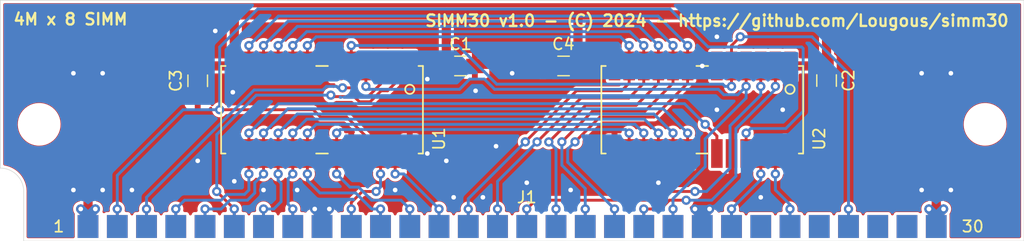
<source format=kicad_pcb>
(kicad_pcb (version 20211014) (generator pcbnew)
  (layers (0 "F.Cu" signal) (31 "B.Cu" signal) (34 "B.Paste" user) (35 "F.Paste" user) (36 "B.SilkS" user "B.Silkscreen") (37 "F.SilkS" user "F.Silkscreen") (38 "B.Mask" user) (39 "F.Mask" user) (44 "Edge.Cuts" user))
  (net 0 "")
  (net 1 "+5V")
  (net 2 "GND")
  (net 3 "/A6")
  (net 4 "/DQ3")
  (net 5 "/A5")
  (net 6 "/A4")
  (net 7 "/DQ2")
  (net 8 "/A3")
  (net 9 "/A2")
  (net 10 "/DQ1")
  (net 11 "/A1")
  (net 12 "/A0")
  (net 13 "/DQ0")
  (net 16 "/RAS#")
  (net 18 "/DQ7")
  (net 20 "/DQ6")
  (net 21 "/W#")
  (net 22 "/DQ5")
  (net 23 "/A10")
  (net 24 "/A9")
  (net 25 "/A8")
  (net 26 "/DQ4")
  (net 27 "/A7")
  (net 28 "/CAS#")
  (footprint "Capacitors_SMD:C_0805_HandSoldering" (layer "F.Cu") (at 126.3215 72.39)
    (fp_text reference "C1" (at 0 -1.905) (layer "F.SilkS"))
    (fp_text value "C")
    (pad "1" smd rect locked (at -1.25 0) (size 1.5 1.25) (layers "F.Cu" "F.Paste" "F.Mask") (net 1 "+5V"))
    (pad "2" smd rect locked (at 1.25 0) (size 1.5 1.25) (layers "F.Cu" "F.Paste" "F.Mask") (net 2 "GND"))
  )
  (footprint "Capacitors_SMD:C_0805_HandSoldering" (layer "F.Cu") (at 158.115 73.66 -90)
    (fp_text reference "C2" (at 0 -1.905 90) (layer "F.SilkS"))
    (fp_text value "C")
    (pad "1" smd rect locked (at -1.25 0 270) (size 1.5 1.25) (layers "F.Cu" "F.Paste" "F.Mask") (net 1 "+5V"))
    (pad "2" smd rect locked (at 1.25 0 270) (size 1.5 1.25) (layers "F.Cu" "F.Paste" "F.Mask") (net 2 "GND"))
  )
  (footprint "Capacitors_SMD:C_0805_HandSoldering" (layer "F.Cu") (at 103.505 73.68 -90)
    (fp_text reference "C3" (at 0 1.905 90) (layer "F.SilkS"))
    (fp_text value "C")
    (pad "1" smd rect locked (at -1.25 0 270) (size 1.5 1.25) (layers "F.Cu" "F.Paste" "F.Mask") (net 1 "+5V"))
    (pad "2" smd rect locked (at 1.25 0 270) (size 1.5 1.25) (layers "F.Cu" "F.Paste" "F.Mask") (net 2 "GND"))
  )
  (footprint "Capacitors_SMD:C_0805_HandSoldering" (layer "F.Cu") (at 135.275 72.39 180)
    (fp_text reference "C4" (at 0.02 1.905) (layer "F.SilkS"))
    (fp_text value "C")
    (pad "1" smd rect locked (at -1.25 0 180) (size 1.5 1.25) (layers "F.Cu" "F.Paste" "F.Mask") (net 1 "+5V"))
    (pad "2" smd rect locked (at 1.25 0 180) (size 1.5 1.25) (layers "F.Cu" "F.Paste" "F.Mask") (net 2 "GND"))
  )
  (footprint "simm30:DRAM-SOJ-24" (layer "F.Cu") (at 114.3 76.2 -90)
    (fp_text reference "U1" (at 2.54 -10.16 90) (layer "F.SilkS"))
    (fp_text value "km44c4100ck")
    (pad "1" smd rect locked (at -3.81 -7.62) (size 1 2.5) (layers "F.Cu" "F.Paste" "F.Mask") (net 1 "+5V"))
    (pad "2" smd rect locked (at -3.81 -6.35) (size 1 2.5) (layers "F.Cu" "F.Paste" "F.Mask") (net 10 "/DQ1"))
    (pad "3" smd rect locked (at -3.81 -5.08) (size 1 2.5) (layers "F.Cu" "F.Paste" "F.Mask") (net 13 "/DQ0"))
    (pad "4" smd rect locked (at -3.81 -3.81) (size 1 2.5) (layers "F.Cu" "F.Paste" "F.Mask") (net 21 "/W#"))
    (pad "5" smd rect locked (at -3.81 -2.54) (size 1 2.5) (layers "F.Cu" "F.Paste" "F.Mask") (net 16 "/RAS#"))
    (pad "6" smd rect locked (at -3.81 -1.27) (size 1 2.5) (layers "F.Cu" "F.Paste" "F.Mask"))
    (pad "7" smd rect locked (at -3.81 1.27) (size 1 2.5) (layers "F.Cu" "F.Paste" "F.Mask") (net 3 "/A6"))
    (pad "8" smd rect locked (at -3.81 2.54) (size 1 2.5) (layers "F.Cu" "F.Paste" "F.Mask") (net 27 "/A7"))
    (pad "9" smd rect locked (at -3.81 3.81) (size 1 2.5) (layers "F.Cu" "F.Paste" "F.Mask") (net 25 "/A8"))
    (pad "10" smd rect locked (at -3.81 5.08) (size 1 2.5) (layers "F.Cu" "F.Paste" "F.Mask") (net 24 "/A9"))
    (pad "11" smd rect locked (at -3.81 6.35) (size 1 2.5) (layers "F.Cu" "F.Paste" "F.Mask") (net 23 "/A10"))
    (pad "12" smd rect locked (at -3.81 7.62) (size 1 2.5) (layers "F.Cu" "F.Paste" "F.Mask") (net 1 "+5V"))
    (pad "13" smd rect locked (at 3.81 7.62) (size 1 2.5) (layers "F.Cu" "F.Paste" "F.Mask") (net 2 "GND"))
    (pad "14" smd rect locked (at 3.81 6.35) (size 1 2.5) (layers "F.Cu" "F.Paste" "F.Mask") (net 12 "/A0"))
    (pad "15" smd rect locked (at 3.81 5.08) (size 1 2.5) (layers "F.Cu" "F.Paste" "F.Mask") (net 11 "/A1"))
    (pad "16" smd rect locked (at 3.81 3.81) (size 1 2.5) (layers "F.Cu" "F.Paste" "F.Mask") (net 9 "/A2"))
    (pad "17" smd rect locked (at 3.81 2.54) (size 1 2.5) (layers "F.Cu" "F.Paste" "F.Mask") (net 8 "/A3"))
    (pad "18" smd rect locked (at 3.81 1.27) (size 1 2.5) (layers "F.Cu" "F.Paste" "F.Mask") (net 6 "/A4"))
    (pad "19" smd rect locked (at 3.81 -1.27) (size 1 2.5) (layers "F.Cu" "F.Paste" "F.Mask") (net 5 "/A5"))
    (pad "20" smd rect locked (at 3.81 -2.54) (size 1 2.5) (layers "F.Cu" "F.Paste" "F.Mask") (net 2 "GND"))
    (pad "21" smd rect locked (at 3.81 -3.81) (size 1 2.5) (layers "F.Cu" "F.Paste" "F.Mask") (net 28 "/CAS#"))
    (pad "22" smd rect locked (at 3.81 -5.08) (size 1 2.5) (layers "F.Cu" "F.Paste" "F.Mask") (net 7 "/DQ2"))
    (pad "23" smd rect locked (at 3.81 -6.35) (size 1 2.5) (layers "F.Cu" "F.Paste" "F.Mask") (net 4 "/DQ3"))
    (pad "24" smd rect locked (at 3.81 -7.62) (size 1 2.5) (layers "F.Cu" "F.Paste" "F.Mask") (net 2 "GND"))
  )
  (footprint "simm30:DRAM-SOJ-24" (layer "F.Cu") (at 147.32 76.2 -90)
    (fp_text reference "U2" (at 2.54 -10.16 90) (layer "F.SilkS"))
    (fp_text value "km44c4100ck")
    (pad "1" smd rect locked (at -3.81 -7.62) (size 1 2.5) (layers "F.Cu" "F.Paste" "F.Mask") (net 1 "+5V"))
    (pad "2" smd rect locked (at -3.81 -6.35) (size 1 2.5) (layers "F.Cu" "F.Paste" "F.Mask") (net 22 "/DQ5"))
    (pad "3" smd rect locked (at -3.81 -5.08) (size 1 2.5) (layers "F.Cu" "F.Paste" "F.Mask") (net 26 "/DQ4"))
    (pad "4" smd rect locked (at -3.81 -3.81) (size 1 2.5) (layers "F.Cu" "F.Paste" "F.Mask") (net 21 "/W#"))
    (pad "5" smd rect locked (at -3.81 -2.54) (size 1 2.5) (layers "F.Cu" "F.Paste" "F.Mask") (net 16 "/RAS#"))
    (pad "6" smd rect locked (at -3.81 -1.27) (size 1 2.5) (layers "F.Cu" "F.Paste" "F.Mask"))
    (pad "7" smd rect locked (at -3.81 1.27) (size 1 2.5) (layers "F.Cu" "F.Paste" "F.Mask") (net 23 "/A10"))
    (pad "8" smd rect locked (at -3.81 2.54) (size 1 2.5) (layers "F.Cu" "F.Paste" "F.Mask") (net 24 "/A9"))
    (pad "9" smd rect locked (at -3.81 3.81) (size 1 2.5) (layers "F.Cu" "F.Paste" "F.Mask") (net 25 "/A8"))
    (pad "10" smd rect locked (at -3.81 5.08) (size 1 2.5) (layers "F.Cu" "F.Paste" "F.Mask") (net 27 "/A7"))
    (pad "11" smd rect locked (at -3.81 6.35) (size 1 2.5) (layers "F.Cu" "F.Paste" "F.Mask") (net 3 "/A6"))
    (pad "12" smd rect locked (at -3.81 7.62) (size 1 2.5) (layers "F.Cu" "F.Paste" "F.Mask") (net 1 "+5V"))
    (pad "13" smd rect locked (at 3.81 7.62) (size 1 2.5) (layers "F.Cu" "F.Paste" "F.Mask") (net 2 "GND"))
    (pad "14" smd rect locked (at 3.81 6.35) (size 1 2.5) (layers "F.Cu" "F.Paste" "F.Mask") (net 5 "/A5"))
    (pad "15" smd rect locked (at 3.81 5.08) (size 1 2.5) (layers "F.Cu" "F.Paste" "F.Mask") (net 6 "/A4"))
    (pad "16" smd rect locked (at 3.81 3.81) (size 1 2.5) (layers "F.Cu" "F.Paste" "F.Mask") (net 8 "/A3"))
    (pad "17" smd rect locked (at 3.81 2.54) (size 1 2.5) (layers "F.Cu" "F.Paste" "F.Mask") (net 9 "/A2"))
    (pad "18" smd rect locked (at 3.81 1.27) (size 1 2.5) (layers "F.Cu" "F.Paste" "F.Mask") (net 11 "/A1"))
    (pad "19" smd rect locked (at 3.81 -1.27) (size 1 2.5) (layers "F.Cu" "F.Paste" "F.Mask") (net 12 "/A0"))
    (pad "20" smd rect locked (at 3.81 -2.54) (size 1 2.5) (layers "F.Cu" "F.Paste" "F.Mask") (net 2 "GND"))
    (pad "21" smd rect locked (at 3.81 -3.81) (size 1 2.5) (layers "F.Cu" "F.Paste" "F.Mask") (net 28 "/CAS#"))
    (pad "22" smd rect locked (at 3.81 -5.08) (size 1 2.5) (layers "F.Cu" "F.Paste" "F.Mask") (net 20 "/DQ6"))
    (pad "23" smd rect locked (at 3.81 -6.35) (size 1 2.5) (layers "F.Cu" "F.Paste" "F.Mask") (net 18 "/DQ7"))
    (pad "24" smd rect locked (at 3.81 -7.62) (size 1 2.5) (layers "F.Cu" "F.Paste" "F.Mask") (net 2 "GND"))
  )
  (footprint "Mounting_Holes:MountingHole_3.2mm_M3_ISO14580" (layer "F.Cu") (at 89.7382 77.47)
    (fp_text reference "H1" hide)
    (fp_text value "MountingHole" hide)
    (pad "" np_thru_hole circle locked (at 0 0) (size 3.2 3.2) (drill 3.2) (layers *.Cu *.Mask))
  )
  (footprint "Mounting_Holes:MountingHole_3.2mm_M3_ISO14580" (layer "F.Cu") (at 171.8818 77.47)
    (fp_text reference "H2" hide)
    (fp_text value "MountingHole" hide)
    (pad "" np_thru_hole circle locked (at 0 0) (size 3.2 3.2) (drill 3.2) (layers *.Cu *.Mask))
  )
  (footprint "simm30:simm30" (layer "F.Cu") (at 132.08 83.82)
    (fp_text reference "J1" (at 0 0) (layer "F.SilkS"))
    (fp_text value "Conn_01x30_Male")
    (pad "1" connect rect locked (at -38.1 2.54) (size 1.8 2) (layers "F.Cu" "F.Mask") (net 1 "+5V"))
    (pad "1" connect rect locked (at -38.1 2.54) (size 1.8 2) (layers "B.Cu" "B.Mask") (net 1 "+5V"))
    (pad "2" connect rect locked (at -35.56 2.54) (size 1.8 2) (layers "F.Cu" "F.Mask") (net 28 "/CAS#"))
    (pad "2" connect rect locked (at -35.56 2.54) (size 1.8 2) (layers "B.Cu" "B.Mask") (net 28 "/CAS#"))
    (pad "3" connect rect locked (at -33.02 2.54) (size 1.8 2) (layers "B.Cu" "B.Mask") (net 13 "/DQ0"))
    (pad "3" connect rect locked (at -33.02 2.54) (size 1.8 2) (layers "F.Cu" "F.Mask") (net 13 "/DQ0"))
    (pad "4" connect rect locked (at -30.48 2.54) (size 1.8 2) (layers "B.Cu" "B.Mask") (net 12 "/A0"))
    (pad "4" connect rect locked (at -30.48 2.54) (size 1.8 2) (layers "F.Cu" "F.Mask") (net 12 "/A0"))
    (pad "5" connect rect locked (at -27.94 2.54) (size 1.8 2) (layers "F.Cu" "F.Mask") (net 11 "/A1"))
    (pad "5" connect rect locked (at -27.94 2.54) (size 1.8 2) (layers "B.Cu" "B.Mask") (net 11 "/A1"))
    (pad "6" connect rect locked (at -25.4 2.54) (size 1.8 2) (layers "B.Cu" "B.Mask") (net 10 "/DQ1"))
    (pad "6" connect rect locked (at -25.4 2.54) (size 1.8 2) (layers "F.Cu" "F.Mask") (net 10 "/DQ1"))
    (pad "7" connect rect locked (at -22.86 2.54) (size 1.8 2) (layers "B.Cu" "B.Mask") (net 9 "/A2"))
    (pad "7" connect rect locked (at -22.86 2.54) (size 1.8 2) (layers "F.Cu" "F.Mask") (net 9 "/A2"))
    (pad "8" connect rect locked (at -20.32 2.54) (size 1.8 2) (layers "B.Cu" "B.Mask") (net 8 "/A3"))
    (pad "8" connect rect locked (at -20.32 2.54) (size 1.8 2) (layers "F.Cu" "F.Mask") (net 8 "/A3"))
    (pad "9" connect rect locked (at -17.78 2.54) (size 1.8 2) (layers "B.Cu" "B.Mask") (net 2 "GND"))
    (pad "9" connect rect locked (at -17.78 2.54) (size 1.8 2) (layers "F.Cu" "F.Mask") (net 2 "GND"))
    (pad "10" connect rect locked (at -15.24 2.54) (size 1.8 2) (layers "F.Cu" "F.Mask") (net 7 "/DQ2"))
    (pad "10" connect rect locked (at -15.24 2.54) (size 1.8 2) (layers "B.Cu" "B.Mask") (net 7 "/DQ2"))
    (pad "11" connect rect locked (at -12.7 2.54) (size 1.8 2) (layers "B.Cu" "B.Mask") (net 6 "/A4"))
    (pad "11" connect rect locked (at -12.7 2.54) (size 1.8 2) (layers "F.Cu" "F.Mask") (net 6 "/A4"))
    (pad "12" connect rect locked (at -10.16 2.54) (size 1.8 2) (layers "B.Cu" "B.Mask") (net 5 "/A5"))
    (pad "12" connect rect locked (at -10.16 2.54) (size 1.8 2) (layers "F.Cu" "F.Mask") (net 5 "/A5"))
    (pad "13" connect rect locked (at -7.62 2.54) (size 1.8 2) (layers "B.Cu" "B.Mask") (net 4 "/DQ3"))
    (pad "13" connect rect locked (at -7.62 2.54) (size 1.8 2) (layers "F.Cu" "F.Mask") (net 4 "/DQ3"))
    (pad "14" connect rect locked (at -5.08 2.54) (size 1.8 2) (layers "F.Cu" "F.Mask") (net 3 "/A6"))
    (pad "14" connect rect locked (at -5.08 2.54) (size 1.8 2) (layers "B.Cu" "B.Mask") (net 3 "/A6"))
    (pad "15" connect rect locked (at -2.54 2.54) (size 1.8 2) (layers "B.Cu" "B.Mask") (net 27 "/A7"))
    (pad "15" connect rect locked (at -2.54 2.54) (size 1.8 2) (layers "F.Cu" "F.Mask") (net 27 "/A7"))
    (pad "16" connect rect locked (at 0 2.54) (size 1.8 2) (layers "B.Cu" "B.Mask") (net 26 "/DQ4"))
    (pad "16" connect rect locked (at 0 2.54) (size 1.8 2) (layers "F.Cu" "F.Mask") (net 26 "/DQ4"))
    (pad "17" connect rect locked (at 2.54 2.54) (size 1.8 2) (layers "F.Cu" "F.Mask") (net 25 "/A8"))
    (pad "17" connect rect locked (at 2.54 2.54) (size 1.8 2) (layers "B.Cu" "B.Mask") (net 25 "/A8"))
    (pad "18" connect rect locked (at 5.08 2.54) (size 1.8 2) (layers "B.Cu" "B.Mask") (net 24 "/A9"))
    (pad "18" connect rect locked (at 5.08 2.54) (size 1.8 2) (layers "F.Cu" "F.Mask") (net 24 "/A9"))
    (pad "19" connect rect locked (at 7.62 2.54) (size 1.8 2) (layers "B.Cu" "B.Mask") (net 23 "/A10"))
    (pad "19" connect rect locked (at 7.62 2.54) (size 1.8 2) (layers "F.Cu" "F.Mask") (net 23 "/A10"))
    (pad "20" connect rect locked (at 10.16 2.54) (size 1.8 2) (layers "F.Cu" "F.Mask") (net 22 "/DQ5"))
    (pad "20" connect rect locked (at 10.16 2.54) (size 1.8 2) (layers "B.Cu" "B.Mask") (net 22 "/DQ5"))
    (pad "21" connect rect locked (at 12.7 2.54) (size 1.8 2) (layers "F.Cu" "F.Mask") (net 21 "/W#"))
    (pad "21" connect rect locked (at 12.7 2.54) (size 1.8 2) (layers "B.Cu" "B.Mask") (net 21 "/W#"))
    (pad "22" connect rect locked (at 15.24 2.54) (size 1.8 2) (layers "F.Cu" "F.Mask") (net 2 "GND"))
    (pad "22" connect rect locked (at 15.24 2.54) (size 1.8 2) (layers "B.Cu" "B.Mask") (net 2 "GND"))
    (pad "23" connect rect locked (at 17.78 2.54) (size 1.8 2) (layers "F.Cu" "F.Mask") (net 20 "/DQ6"))
    (pad "23" connect rect locked (at 17.78 2.54) (size 1.8 2) (layers "B.Cu" "B.Mask") (net 20 "/DQ6"))
    (pad "24" connect rect locked (at 20.32 2.54) (size 1.8 2) (layers "F.Cu" "F.Mask"))
    (pad "24" connect rect locked (at 20.32 2.54) (size 1.8 2) (layers "B.Cu" "B.Mask"))
    (pad "25" connect rect locked (at 22.86 2.54) (size 1.8 2) (layers "B.Cu" "B.Mask") (net 18 "/DQ7"))
    (pad "25" connect rect locked (at 22.86 2.54) (size 1.8 2) (layers "F.Cu" "F.Mask") (net 18 "/DQ7"))
    (pad "26" connect rect locked (at 25.4 2.54) (size 1.8 2) (layers "B.Cu" "B.Mask"))
    (pad "26" connect rect locked (at 25.4 2.54) (size 1.8 2) (layers "F.Cu" "F.Mask"))
    (pad "27" connect rect locked (at 27.94 2.54) (size 1.8 2) (layers "B.Cu" "B.Mask") (net 16 "/RAS#"))
    (pad "27" connect rect locked (at 27.94 2.54) (size 1.8 2) (layers "F.Cu" "F.Mask") (net 16 "/RAS#"))
    (pad "28" connect rect locked (at 30.48 2.54) (size 1.8 2) (layers "F.Cu" "F.Mask"))
    (pad "28" connect rect locked (at 30.48 2.54) (size 1.8 2) (layers "B.Cu" "B.Mask"))
    (pad "29" connect rect locked (at 33.02 2.54) (size 1.8 2) (layers "B.Cu" "B.Mask"))
    (pad "29" connect rect locked (at 33.02 2.54) (size 1.8 2) (layers "F.Cu" "F.Mask"))
    (pad "30" connect rect locked (at 35.56 2.54) (size 1.8 2) (layers "F.Cu" "F.Mask") (net 1 "+5V"))
    (pad "30" connect rect locked (at 35.56 2.54) (size 1.8 2) (layers "B.Cu" "B.Mask") (net 1 "+5V"))
  )
  (gr_line (start 88.392 87.63) (end 175.26 87.63) (layer "Edge.Cuts") (width 0.05))
  (gr_line (start 86.36 81.28) (end 86.36 66.675) (layer "Edge.Cuts") (width 0.05))
  (gr_line (start 175.26 87.63) (end 175.26 66.675) (layer "Edge.Cuts") (width 0.05))
  (gr_line (start 175.26 66.675) (end 86.36 66.675) (layer "Edge.Cuts") (width 0.05))
  (gr_line (start 88.392 83.312) (end 88.392 87.63) (layer "Edge.Cuts") (width 0.05))
  (gr_arc (start 86.36 81.28) (mid 87.796841 81.875159) (end 88.392 83.312) (layer "Edge.Cuts") (width 0.05))
  (gr_text "SIMM30 v1.0 - (C) 2024 - https://github.com/Lougous/simm30" (at 148.59 68.453) (layer "F.SilkS") (effects (font (size 1 1) (thickness 0.2))))
  (gr_text "30" (at 170.815 86.36) (layer "F.SilkS") (effects (font (size 1 1))))
  (gr_text "4M x 8 SIMM" (at 92.456 68.326) (layer "F.SilkS") (effects (font (size 1 1) (thickness 0.2))))
  (gr_text "1" (at 91.44 86.36) (layer "F.SilkS") (effects (font (size 1 1))))
  (segment (start 158.095 72.39) (end 158.115 72.41) (width 0.8) (layer "F.Cu") (net 1))
  (segment (start 106.68 72.39) (end 106.68 71.755) (width 0.8) (layer "F.Cu") (net 1))
  (segment (start 93.98 69.215) (end 95.25 67.945) (width 0.8) (layer "F.Cu") (net 1))
  (segment (start 125.095 72.39) (end 125.095 67.945) (width 0.8) (layer "F.Cu") (net 1))
  (segment (start 136.525 67.945) (end 125.095 67.945) (width 0.8) (layer "F.Cu") (net 1))
  (segment (start 139.7 72.39) (end 136.525 72.39) (width 0.8) (layer "F.Cu") (net 1))
  (segment (start 167.64 86.36) (end 167.64 85.471) (width 0.8) (layer "F.Cu") (net 1))
  (segment (start 167.64 86.36) (end 167.64 69.215) (width 0.8) (layer "F.Cu") (net 1))
  (segment (start 136.525 70.965) (end 136.525 67.945) (width 0.8) (layer "F.Cu") (net 1))
  (segment (start 167.64 85.471) (end 168.275 84.836) (width 0.8) (layer "F.Cu") (net 1))
  (segment (start 93.98 85.471) (end 93.345 84.836) (width 0.8) (layer "F.Cu") (net 1))
  (segment (start 136.525 72.39) (end 136.525 70.965) (width 0.8) (layer "F.Cu") (net 1))
  (segment (start 121.92 72.39) (end 125.095 72.39) (width 0.8) (layer "F.Cu") (net 1))
  (segment (start 158.115 67.945) (end 136.525 67.945) (width 0.8) (layer "F.Cu") (net 1))
  (segment (start 166.37 67.945) (end 158.115 67.945) (width 0.8) (layer "F.Cu") (net 1))
  (segment (start 93.98 85.471) (end 94.615 84.836) (width 0.8) (layer "F.Cu") (net 1))
  (segment (start 93.98 86.36) (end 93.98 69.215) (width 0.8) (layer "F.Cu") (net 1))
  (segment (start 125.095 67.945) (end 106.68 67.945) (width 0.8) (layer "F.Cu") (net 1))
  (segment (start 103.545 72.39) (end 103.505 72.43) (width 0.8) (layer "F.Cu") (net 1))
  (segment (start 167.64 85.471) (end 167.005 84.836) (width 0.8) (layer "F.Cu") (net 1))
  (segment (start 106.68 72.39) (end 103.545 72.39) (width 0.8) (layer "F.Cu") (net 1))
  (segment (start 167.64 86.36) (end 167.64 85.725) (width 0.8) (layer "F.Cu") (net 1))
  (segment (start 95.25 67.945) (end 106.68 67.945) (width 0.8) (layer "F.Cu") (net 1))
  (segment (start 158.115 72.41) (end 158.115 67.945) (width 0.8) (layer "F.Cu") (net 1))
  (segment (start 106.68 71.755) (end 106.68 67.945) (width 0.8) (layer "F.Cu") (net 1))
  (segment (start 93.98 86.36) (end 93.98 85.471) (width 0.8) (layer "F.Cu") (net 1))
  (segment (start 154.94 72.39) (end 158.095 72.39) (width 0.8) (layer "F.Cu") (net 1))
  (segment (start 167.64 69.215) (end 166.37 67.945) (width 0.8) (layer "F.Cu") (net 1))
  (via (at 167.005 84.836) (size 0.8) (drill 0.4) (layers "F.Cu" "B.Cu") (net 1))
  (via (at 93.345 84.836) (size 0.8) (drill 0.4) (layers "F.Cu" "B.Cu") (net 1))
  (via (at 94.615 84.836) (size 0.8) (drill 0.4) (layers "F.Cu" "B.Cu") (net 1))
  (via (at 168.275 84.836) (size 0.8) (drill 0.4) (layers "F.Cu" "B.Cu") (net 1))
  (segment (start 93.98 86.36) (end 93.98 85.471) (width 0.8) (layer "B.Cu") (net 1))
  (segment (start 167.64 85.471) (end 167.005 84.836) (width 0.8) (layer "B.Cu") (net 1))
  (segment (start 167.64 85.725) (end 167.64 86.36) (width 0.8) (layer "B.Cu") (net 1))
  (segment (start 93.98 85.471) (end 93.345 84.836) (width 0.8) (layer "B.Cu") (net 1))
  (segment (start 93.98 85.471) (end 94.615 84.836) (width 0.8) (layer "B.Cu") (net 1))
  (segment (start 167.64 86.36) (end 167.64 85.471) (width 0.8) (layer "B.Cu") (net 1))
  (segment (start 167.64 85.471) (end 168.275 84.836) (width 0.8) (layer "B.Cu") (net 1))
  (segment (start 114.3 85.471) (end 114.935 84.836) (width 0.8) (layer "F.Cu") (net 2))
  (segment (start 147.32 86.36) (end 147.32 85.471) (width 0.8) (layer "F.Cu") (net 2))
  (segment (start 114.3 85.471) (end 113.665 84.836) (width 0.8) (layer "F.Cu") (net 2))
  (segment (start 147.32 85.471) (end 147.955 84.836) (width 0.8) (layer "F.Cu") (net 2))
  (segment (start 114.3 86.36) (end 114.3 85.471) (width 0.8) (layer "F.Cu") (net 2))
  (segment (start 147.32 85.471) (end 146.685 84.836) (width 0.8) (layer "F.Cu") (net 2))
  (via (at 109.22 83.185) (size 0.8) (drill 0.4) (layers "F.Cu" "B.Cu") (net 2))
  (via (at 114.935 84.836) (size 0.8) (drill 0.4) (layers "F.Cu" "B.Cu") (net 2))
  (via (at 135.89 83.185) (size 0.8) (drill 0.4) (layers "F.Cu" "B.Cu") (net 2))
  (via (at 148.59 76.2) (size 0.8) (drill 0.4) (layers "F.Cu" "B.Cu") (net 2))
  (via (at 112.141 83.185) (size 0.8) (drill 0.4) (layers "F.Cu" "B.Cu") (net 2))
  (via (at 132.08 82.55) (size 0.8) (drill 0.4) (layers "F.Cu" "B.Cu") (net 2))
  (via (at 148.59 69.85) (size 0.8) (drill 0.4) (layers "F.Cu" "B.Cu") (net 2))
  (via (at 123.444 80.01) (size 0.8) (drill 0.4) (layers "F.Cu" "B.Cu") (net 2))
  (via (at 168.91 73.025) (size 0.8) (drill 0.4) (layers "F.Cu" "B.Cu") (net 2))
  (via (at 120.65 83.185) (size 0.8) (drill 0.4) (layers "F.Cu" "B.Cu") (net 2))
  (via (at 95.25 83.185) (size 0.8) (drill 0.4) (layers "F.Cu" "B.Cu") (net 2))
  (via (at 166.37 83.185) (size 0.8) (drill 0.4) (layers "F.Cu" "B.Cu") (net 2))
  (via (at 113.665 84.836) (size 0.8) (drill 0.4) (layers "F.Cu" "B.Cu") (net 2))
  (via (at 154.305 76.2) (size 0.8) (drill 0.4) (layers "F.Cu" "B.Cu") (net 2))
  (via (at 146.685 84.836) (size 0.8) (drill 0.4) (layers "F.Cu" "B.Cu") (net 2))
  (via (at 95.25 73.025) (size 0.8) (drill 0.4) (layers "F.Cu" "B.Cu") (net 2))
  (via (at 106.68 82.423) (size 0.8) (drill 0.4) (layers "F.Cu" "B.Cu") (net 2))
  (via (at 168.91 83.185) (size 0.8) (drill 0.4) (layers "F.Cu" "B.Cu") (net 2))
  (via (at 125.095 80.645) (size 0.8) (drill 0.4) (layers "F.Cu" "B.Cu") (net 2))
  (via (at 97.79 83.185) (size 0.8) (drill 0.4) (layers "F.Cu" "B.Cu") (net 2))
  (via (at 130.81 73.025) (size 0.8) (drill 0.4) (layers "F.Cu" "B.Cu") (net 2))
  (via (at 166.37 73.025) (size 0.8) (drill 0.4) (layers "F.Cu" "B.Cu") (net 2))
  (via (at 92.71 73.025) (size 0.8) (drill 0.4) (layers "F.Cu" "B.Cu") (net 2))
  (via (at 129.413 79.375) (size 0.8) (drill 0.4) (layers "F.Cu" "B.Cu") (net 2))
  (via (at 105.029 69.342) (size 0.8) (drill 0.4) (layers "F.Cu" "B.Cu") (net 2))
  (via (at 103.505 80.645) (size 0.8) (drill 0.4) (layers "F.Cu" "B.Cu") (net 2))
  (via (at 92.71 83.185) (size 0.8) (drill 0.4) (layers "F.Cu" "B.Cu") (net 2))
  (via (at 147.955 84.836) (size 0.8) (drill 0.4) (layers "F.Cu" "B.Cu") (net 2))
  (via (at 128.27 83.82) (size 0.8) (drill 0.4) (layers "F.Cu" "B.Cu") (net 2))
  (via (at 106.553 74.676) (size 0.8) (drill 0.4) (layers "F.Cu" "B.Cu") (net 2))
  (via (at 147.32 72.39) (size 0.8) (drill 0.4) (layers "F.Cu" "B.Cu") (net 2))
  (via (at 143.51 82.55) (size 0.8) (drill 0.4) (layers "F.Cu" "B.Cu") (net 2))
  (via (at 152.4 83.82) (size 0.8) (drill 0.4) (layers "F.Cu" "B.Cu") (net 2))
  (via (at 123.444 73.533) (size 0.8) (drill 0.4) (layers "F.Cu" "B.Cu") (net 2))
  (via (at 127.635 74.549) (size 0.8) (drill 0.4) (layers "F.Cu" "B.Cu") (net 2))
  (via (at 125.73 83.82) (size 0.8) (drill 0.4) (layers "F.Cu" "B.Cu") (net 2))
  (segment (start 114.3 85.471) (end 113.665 84.836) (width 0.8) (layer "B.Cu") (net 2))
  (segment (start 147.32 85.471) (end 146.685 84.836) (width 0.8) (layer "B.Cu") (net 2))
  (segment (start 147.32 85.471) (end 147.955 84.836) (width 0.8) (layer "B.Cu") (net 2))
  (segment (start 147.32 86.36) (end 147.32 85.471) (width 0.8) (layer "B.Cu") (net 2))
  (segment (start 114.3 85.471) (end 114.935 84.836) (width 0.8) (layer "B.Cu") (net 2))
  (segment (start 114.3 86.36) (end 114.3 85.471) (width 0.8) (layer "B.Cu") (net 2))
  (segment (start 140.311 74.549) (end 136.398 74.549) (width 0.25) (layer "F.Cu") (net 3))
  (segment (start 136.398 74.549) (end 131.953 78.994) (width 0.25) (layer "F.Cu") (net 3))
  (segment (start 113.03 72.39) (end 113.03 70.612) (width 0.25) (layer "F.Cu") (net 3))
  (segment (start 140.97 72.39) (end 140.97 73.89) (width 0.25) (layer "F.Cu") (net 3))
  (segment (start 140.97 73.89) (end 140.311 74.549) (width 0.25) (layer "F.Cu") (net 3))
  (segment (start 140.97 72.39) (end 140.97 70.612) (width 0.25) (layer "F.Cu") (net 3))
  (segment (start 127 84.836) (end 127 86.36) (width 0.25) (layer "F.Cu") (net 3))
  (via (at 127 84.836) (size 0.8) (drill 0.4) (layers "F.Cu" "B.Cu") (net 3))
  (via (at 113.03 70.612) (size 0.8) (drill 0.4) (layers "F.Cu" "B.Cu") (net 3))
  (via (at 140.97 70.612) (size 0.8) (drill 0.4) (layers "F.Cu" "B.Cu") (net 3))
  (via (at 131.953 78.994) (size 0.8) (drill 0.4) (layers "F.Cu" "B.Cu") (net 3))
  (segment (start 127 83.947) (end 127 84.836) (width 0.25) (layer "B.Cu") (net 3))
  (segment (start 131.953 78.994) (end 127 83.947) (width 0.25) (layer "B.Cu") (net 3))
  (segment (start 113.792 69.85) (end 140.208 69.85) (width 0.25) (layer "B.Cu") (net 3))
  (segment (start 140.208 69.85) (end 140.97 70.612) (width 0.25) (layer "B.Cu") (net 3))
  (segment (start 113.03 70.612) (end 113.792 69.85) (width 0.25) (layer "B.Cu") (net 3))
  (segment (start 127 84.836) (end 127 86.36) (width 0.25) (layer "B.Cu") (net 3))
  (segment (start 120.65 80.01) (end 120.65 81.788) (width 0.25) (layer "F.Cu") (net 4))
  (segment (start 124.46 84.836) (end 124.46 86.36) (width 0.25) (layer "F.Cu") (net 4))
  (via (at 120.65 81.788) (size 0.8) (drill 0.4) (layers "F.Cu" "B.Cu") (net 4))
  (via (at 124.46 84.836) (size 0.8) (drill 0.4) (layers "F.Cu" "B.Cu") (net 4))
  (segment (start 124.46 86.36) (end 124.46 84.836) (width 0.25) (layer "B.Cu") (net 4))
  (segment (start 121.412 81.788) (end 124.46 84.836) (width 0.25) (layer "B.Cu") (net 4))
  (segment (start 120.65 81.788) (end 121.412 81.788) (width 0.25) (layer "B.Cu") (net 4))
  (segment (start 121.92 86.36) (end 121.92 84.836) (width 0.25) (layer "F.Cu") (net 5))
  (segment (start 140.97 80.01) (end 140.97 78.232) (width 0.25) (layer "F.Cu") (net 5))
  (segment (start 115.57 81.788) (end 115.57 80.01) (width 0.25) (layer "F.Cu") (net 5))
  (segment (start 115.57 80.01) (end 115.57 78.232) (width 0.25) (layer "F.Cu") (net 5))
  (via (at 115.57 81.788) (size 0.8) (drill 0.4) (layers "F.Cu" "B.Cu") (net 5))
  (via (at 140.97 78.232) (size 0.8) (drill 0.4) (layers "F.Cu" "B.Cu") (net 5))
  (via (at 115.57 78.232) (size 0.8) (drill 0.4) (layers "F.Cu" "B.Cu") (net 5))
  (via (at 121.92 84.836) (size 0.8) (drill 0.4) (layers "F.Cu" "B.Cu") (net 5))
  (segment (start 115.57 78.232) (end 115.88199 77.92001) (width 0.25) (layer "B.Cu") (net 5))
  (segment (start 118.618 84.074) (end 117.475 82.931) (width 0.25) (layer "B.Cu") (net 5))
  (segment (start 121.92 84.836) (end 121.92 86.36) (width 0.25) (layer "B.Cu") (net 5))
  (segment (start 115.88199 77.92001) (end 140.65801 77.92001) (width 0.25) (layer "B.Cu") (net 5))
  (segment (start 116.713 82.931) (end 115.57 81.788) (width 0.25) (layer "B.Cu") (net 5))
  (segment (start 121.158 84.074) (end 118.618 84.074) (width 0.25) (layer "B.Cu") (net 5))
  (segment (start 121.92 84.836) (end 121.158 84.074) (width 0.25) (layer "B.Cu") (net 5))
  (segment (start 140.65801 77.92001) (end 140.97 78.232) (width 0.25) (layer "B.Cu") (net 5))
  (segment (start 117.475 82.931) (end 116.713 82.931) (width 0.25) (layer "B.Cu") (net 5))
  (segment (start 113.03 80.01) (end 113.03 81.788) (width 0.25) (layer "F.Cu") (net 6))
  (segment (start 119.38 86.36) (end 119.38 84.836) (width 0.25) (layer "F.Cu") (net 6))
  (segment (start 142.24 80.01) (end 142.24 78.232) (width 0.25) (layer "F.Cu") (net 6))
  (segment (start 113.03 80.01) (end 113.03 78.232) (width 0.25) (layer "F.Cu") (net 6))
  (via (at 119.38 84.836) (size 0.8) (drill 0.4) (layers "F.Cu" "B.Cu") (net 6))
  (via (at 113.03 81.788) (size 0.8) (drill 0.4) (layers "F.Cu" "B.Cu") (net 6))
  (via (at 142.24 78.232) (size 0.8) (drill 0.4) (layers "F.Cu" "B.Cu") (net 6))
  (via (at 113.03 78.232) (size 0.8) (drill 0.4) (layers "F.Cu" "B.Cu") (net 6))
  (segment (start 113.03 78.232) (end 113.792 77.47) (width 0.25) (layer "B.Cu") (net 6))
  (segment (start 117.221 83.439) (end 118.618 84.836) (width 0.25) (layer "B.Cu") (net 6))
  (segment (start 114.115315 83.439) (end 117.221 83.439) (width 0.25) (layer "B.Cu") (net 6))
  (segment (start 113.03 82.353685) (end 114.115315 83.439) (width 0.25) (layer "B.Cu") (net 6))
  (segment (start 113.03 81.788) (end 113.03 82.353685) (width 0.25) (layer "B.Cu") (net 6))
  (segment (start 113.792 77.47) (end 141.478 77.47) (width 0.25) (layer "B.Cu") (net 6))
  (segment (start 119.38 84.836) (end 119.38 86.36) (width 0.25) (layer "B.Cu") (net 6))
  (segment (start 118.618 84.836) (end 119.38 84.836) (width 0.25) (layer "B.Cu") (net 6))
  (segment (start 141.478 77.47) (end 142.24 78.232) (width 0.25) (layer "B.Cu") (net 6))
  (segment (start 116.84 84.836) (end 116.84 86.36) (width 0.25) (layer "F.Cu") (net 7))
  (segment (start 118.433315 83.312) (end 118.999 83.312) (width 0.25) (layer "F.Cu") (net 7))
  (segment (start 116.84 84.836) (end 116.84 84.270315) (width 0.25) (layer "F.Cu") (net 7))
  (segment (start 119.38 80.01) (end 119.38 81.788) (width 0.25) (layer "F.Cu") (net 7))
  (segment (start 116.84 84.270315) (end 117.798315 83.312) (width 0.25) (layer "F.Cu") (net 7))
  (segment (start 117.798315 83.312) (end 118.433315 83.312) (width 0.25) (layer "F.Cu") (net 7))
  (via (at 119.38 81.788) (size 0.8) (drill 0.4) (layers "F.Cu" "B.Cu") (net 7))
  (via (at 116.84 84.836) (size 0.8) (drill 0.4) (layers "F.Cu" "B.Cu") (net 7))
  (via (at 118.999 83.312) (size 0.8) (drill 0.4) (layers "F.Cu" "B.Cu") (net 7))
  (segment (start 119.38 81.788) (end 119.38 82.931) (width 0.25) (layer "B.Cu") (net 7))
  (segment (start 119.38 82.931) (end 118.999 83.312) (width 0.25) (layer "B.Cu") (net 7))
  (segment (start 116.84 84.836) (end 116.84 86.36) (width 0.25) (layer "B.Cu") (net 7))
  (segment (start 143.51 80.01) (end 143.51 78.232) (width 0.25) (layer "F.Cu") (net 8))
  (segment (start 111.76 86.36) (end 111.76 84.836) (width 0.25) (layer "F.Cu") (net 8))
  (segment (start 111.76 80.01) (end 111.76 78.232) (width 0.25) (layer "F.Cu") (net 8))
  (segment (start 111.76 81.788) (end 111.76 80.01) (width 0.25) (layer "F.Cu") (net 8))
  (via (at 111.76 81.788) (size 0.8) (drill 0.4) (layers "F.Cu" "B.Cu") (net 8))
  (via (at 111.76 84.836) (size 0.8) (drill 0.4) (layers "F.Cu" "B.Cu") (net 8))
  (via (at 143.51 78.232) (size 0.8) (drill 0.4) (layers "F.Cu" "B.Cu") (net 8))
  (via (at 111.76 78.232) (size 0.8) (drill 0.4) (layers "F.Cu" "B.Cu") (net 8))
  (segment (start 111.76 78.232) (end 112.97201 77.01999) (width 0.25) (layer "B.Cu") (net 8))
  (segment (start 111.360001 84.436001) (end 111.360001 82.187999) (width 0.25) (layer "B.Cu") (net 8))
  (segment (start 111.360001 82.187999) (end 111.76 81.788) (width 0.25) (layer "B.Cu") (net 8))
  (segment (start 111.76 86.36) (end 111.76 84.836) (width 0.25) (layer "B.Cu") (net 8))
  (segment (start 143.110001 77.832001) (end 143.51 78.232) (width 0.25) (layer "B.Cu") (net 8))
  (segment (start 111.76 84.836) (end 111.360001 84.436001) (width 0.25) (layer "B.Cu") (net 8))
  (segment (start 112.97201 77.01999) (end 142.29799 77.01999) (width 0.25) (layer "B.Cu") (net 8))
  (segment (start 142.29799 77.01999) (end 143.110001 77.832001) (width 0.25) (layer "B.Cu") (net 8))
  (segment (start 109.22 86.36) (end 109.22 84.836) (width 0.25) (layer "F.Cu") (net 9))
  (segment (start 110.49 81.788) (end 110.49 80.01) (width 0.25) (layer "F.Cu") (net 9))
  (segment (start 110.49 80.01) (end 110.49 78.232) (width 0.25) (layer "F.Cu") (net 9))
  (segment (start 144.78 80.01) (end 144.78 78.232) (width 0.25) (layer "F.Cu") (net 9))
  (via (at 109.22 84.836) (size 0.8) (drill 0.4) (layers "F.Cu" "B.Cu") (net 9))
  (via (at 110.49 81.788) (size 0.8) (drill 0.4) (layers "F.Cu" "B.Cu") (net 9))
  (via (at 110.49 78.232) (size 0.8) (drill 0.4) (layers "F.Cu" "B.Cu") (net 9))
  (via (at 144.78 78.232) (size 0.8) (drill 0.4) (layers "F.Cu" "B.Cu") (net 9))
  (segment (start 110.49 78.232) (end 112.15202 76.56998) (width 0.25) (layer "B.Cu") (net 9))
  (segment (start 112.15202 76.56998) (end 143.11798 76.56998) (width 0.25) (layer "B.Cu") (net 9))
  (segment (start 110.744 84.201) (end 110.744 82.607685) (width 0.25) (layer "B.Cu") (net 9))
  (segment (start 143.11798 76.56998) (end 144.78 78.232) (width 0.25) (layer "B.Cu") (net 9))
  (segment (start 110.49 82.353685) (end 110.49 81.788) (width 0.25) (layer "B.Cu") (net 9))
  (segment (start 109.22 84.836) (end 109.22 86.36) (width 0.25) (layer "B.Cu") (net 9))
  (segment (start 109.22 84.836) (end 110.109 84.836) (width 0.25) (layer "B.Cu") (net 9))
  (segment (start 110.109 84.836) (end 110.744 84.201) (width 0.25) (layer "B.Cu") (net 9))
  (segment (start 110.744 82.607685) (end 110.49 82.353685) (width 0.25) (layer "B.Cu") (net 9))
  (segment (start 117.542599 75.507009) (end 117.09259 75.057) (width 0.25) (layer "F.Cu") (net 10))
  (segment (start 106.68 86.36) (end 106.68 84.836) (width 0.25) (layer "F.Cu") (net 10))
  (segment (start 120.65 73.89) (end 119.991 74.549) (width 0.25) (layer "F.Cu") (net 10))
  (segment (start 120.65 72.39) (end 120.65 73.89) (width 0.25) (layer "F.Cu") (net 10))
  (segment (start 115.189 75.057) (end 115.062 74.93) (width 0.25) (layer "F.Cu") (net 10))
  (segment (start 106.68 84.836) (end 105.156 83.312) (width 0.25) (layer "F.Cu") (net 10))
  (segment (start 118.480402 75.50701) (end 117.542599 75.507009) (width 0.25) (layer "F.Cu") (net 10))
  (segment (start 117.09259 75.057) (end 115.189 75.057) (width 0.25) (layer "F.Cu") (net 10))
  (segment (start 119.991 74.549) (end 119.438412 74.549) (width 0.25) (layer "F.Cu") (net 10))
  (segment (start 119.438412 74.549) (end 118.480402 75.50701) (width 0.25) (layer "F.Cu") (net 10))
  (via (at 115.062 74.93) (size 0.8) (drill 0.4) (layers "F.Cu" "B.Cu") (net 10))
  (via (at 106.68 84.836) (size 0.8) (drill 0.4) (layers "F.Cu" "B.Cu") (net 10))
  (via (at 105.156 83.312) (size 0.8) (drill 0.4) (layers "F.Cu" "B.Cu") (net 10))
  (segment (start 105.156 83.312) (end 105.156 78.36041) (width 0.25) (layer "B.Cu") (net 10))
  (segment (start 108.58641 74.93) (end 115.062 74.93) (width 0.25) (layer "B.Cu") (net 10))
  (segment (start 106.68 84.836) (end 106.68 86.36) (width 0.25) (layer "B.Cu") (net 10))
  (segment (start 108.58641 74.93) (end 105.156 78.36041) (width 0.25) (layer "B.Cu") (net 10))
  (segment (start 104.14 86.36) (end 104.14 84.836) (width 0.25) (layer "F.Cu") (net 11))
  (segment (start 146.05 80.01) (end 146.05 78.232) (width 0.25) (layer "F.Cu") (net 11))
  (segment (start 109.22 80.01) (end 109.22 81.788) (width 0.25) (layer "F.Cu") (net 11))
  (segment (start 109.22 80.01) (end 109.22 78.232) (width 0.25) (layer "F.Cu") (net 11))
  (via (at 146.05 78.232) (size 0.8) (drill 0.4) (layers "F.Cu" "B.Cu") (net 11))
  (via (at 109.22 78.232) (size 0.8) (drill 0.4) (layers "F.Cu" "B.Cu") (net 11))
  (via (at 109.22 81.788) (size 0.8) (drill 0.4) (layers "F.Cu" "B.Cu") (net 11))
  (via (at 104.14 84.836) (size 0.8) (drill 0.4) (layers "F.Cu" "B.Cu") (net 11))
  (segment (start 107.823 84.074) (end 106.299 84.074) (width 0.25) (layer "B.Cu") (net 11))
  (segment (start 109.22 81.788) (end 108.458 82.55) (width 0.25) (layer "B.Cu") (net 11))
  (segment (start 108.458 82.55) (end 108.458 83.439) (width 0.25) (layer "B.Cu") (net 11))
  (segment (start 104.14 84.836) (end 104.14 86.36) (width 0.25) (layer "B.Cu") (net 11))
  (segment (start 111.33203 76.11997) (end 109.22 78.232) (width 0.25) (layer "B.Cu") (net 11))
  (segment (start 106.299 84.074) (end 105.537 84.836) (width 0.25) (layer "B.Cu") (net 11))
  (segment (start 146.05 78.232) (end 143.93797 76.11997) (width 0.25) (layer "B.Cu") (net 11))
  (segment (start 108.458 83.439) (end 107.823 84.074) (width 0.25) (layer "B.Cu") (net 11))
  (segment (start 105.537 84.836) (end 104.14 84.836) (width 0.25) (layer "B.Cu") (net 11))
  (segment (start 143.93797 76.11997) (end 111.33203 76.11997) (width 0.25) (layer "B.Cu") (net 11))
  (segment (start 148.59 78.486) (end 147.574 77.47) (width 0.25) (layer "F.Cu") (net 12))
  (segment (start 107.95 80.01) (end 107.95 78.232) (width 0.25) (layer "F.Cu") (net 12))
  (segment (start 101.6 84.836) (end 101.6 86.36) (width 0.25) (layer "F.Cu") (net 12))
  (segment (start 107.95 80.01) (end 107.95 81.788) (width 0.25) (layer "F.Cu") (net 12))
  (segment (start 148.59 80.01) (end 148.59 78.486) (width 0.25) (layer "F.Cu") (net 12))
  (via (at 101.6 84.836) (size 0.8) (drill 0.4) (layers "F.Cu" "B.Cu") (net 12))
  (via (at 107.95 81.788) (size 0.8) (drill 0.4) (layers "F.Cu" "B.Cu") (net 12))
  (via (at 147.574 77.47) (size 0.8) (drill 0.4) (layers "F.Cu" "B.Cu") (net 12))
  (via (at 107.95 78.232) (size 0.8) (drill 0.4) (layers "F.Cu" "B.Cu") (net 12))
  (segment (start 107.95 78.232) (end 110.51204 75.66996) (width 0.25) (layer "B.Cu") (net 12))
  (segment (start 110.51204 75.66996) (end 145.77396 75.66996) (width 0.25) (layer "B.Cu") (net 12))
  (segment (start 107.95 81.788) (end 107.95 83.185) (width 0.25) (layer "B.Cu") (net 12))
  (segment (start 101.6 86.36) (end 101.6 84.836) (width 0.25) (layer "B.Cu") (net 12))
  (segment (start 102.362 84.074) (end 101.6 84.836) (width 0.25) (layer "B.Cu") (net 12))
  (segment (start 107.569 83.566) (end 106.045 83.566) (width 0.25) (layer "B.Cu") (net 12))
  (segment (start 145.77396 75.66996) (end 147.574 77.47) (width 0.25) (layer "B.Cu") (net 12))
  (segment (start 105.537 84.074) (end 102.362 84.074) (width 0.25) (layer "B.Cu") (net 12))
  (segment (start 107.95 83.185) (end 107.569 83.566) (width 0.25) (layer "B.Cu") (net 12))
  (segment (start 106.045 83.566) (end 105.537 84.074) (width 0.25) (layer "B.Cu") (net 12))
  (segment (start 118.294002 75.057) (end 119.38 73.971002) (width 0.25) (layer "F.Cu") (net 13))
  (segment (start 119.38 73.971002) (end 119.38 72.39) (width 0.25) (layer "F.Cu") (net 13))
  (segment (start 116.967 74.295) (end 116.078 74.295) (width 0.25) (layer "F.Cu") (net 13))
  (segment (start 117.729 75.057) (end 118.294002 75.057) (width 0.25) (layer "F.Cu") (net 13))
  (segment (start 116.967 74.295) (end 117.729 75.057) (width 0.25) (layer "F.Cu") (net 13))
  (segment (start 99.06 86.36) (end 99.06 84.836) (width 0.25) (layer "F.Cu") (net 13))
  (via (at 99.06 84.836) (size 0.8) (drill 0.4) (layers "F.Cu" "B.Cu") (net 13))
  (via (at 116.078 74.295) (size 0.8) (drill 0.4) (layers "F.Cu" "B.Cu") (net 13))
  (segment (start 108.40001 74.47999) (end 99.06 83.82) (width 0.25) (layer "B.Cu") (net 13))
  (segment (start 114.36901 74.47999) (end 108.40001 74.47999) (width 0.25) (layer "B.Cu") (net 13))
  (segment (start 115.697 74.295) (end 115.57 74.168) (width 0.25) (layer "B.Cu") (net 13))
  (segment (start 116.078 74.295) (end 115.697 74.295) (width 0.25) (layer "B.Cu") (net 13))
  (segment (start 99.06 83.82) (end 99.06 84.836) (width 0.25) (layer "B.Cu") (net 13))
  (segment (start 99.06 84.836) (end 99.06 86.36) (width 0.25) (layer "B.Cu") (net 13))
  (segment (start 114.681 74.168) (end 114.36901 74.47999) (width 0.25) (layer "B.Cu") (net 13))
  (segment (start 115.57 74.168) (end 114.681 74.168) (width 0.25) (layer "B.Cu") (net 13))
  (segment (start 149.86 70.612) (end 149.86 72.39) (width 0.25) (layer "F.Cu") (net 16))
  (segment (start 160.02 86.36) (end 160.02 84.836) (width 0.25) (layer "F.Cu") (net 16))
  (segment (start 116.84 72.39) (end 116.84 70.612) (width 0.25) (layer "F.Cu") (net 16))
  (segment (start 149.86 70.612) (end 150.622 69.85) (width 0.25) (layer "F.Cu") (net 16))
  (segment (start 149.86 74.168) (end 149.86 72.39) (width 0.25) (layer "F.Cu") (net 16))
  (via (at 150.622 69.85) (size 0.8) (drill 0.4) (layers "F.Cu" "B.Cu") (net 16))
  (via (at 149.86 74.168) (size 0.8) (drill 0.4) (layers "F.Cu" "B.Cu") (net 16))
  (via (at 160.02 84.836) (size 0.8) (drill 0.4) (layers "F.Cu" "B.Cu") (net 16))
  (via (at 116.84 70.612) (size 0.8) (drill 0.4) (layers "F.Cu" "B.Cu") (net 16))
  (segment (start 160.02 84.836) (end 160.02 73.025) (width 0.25) (layer "B.Cu") (net 16))
  (segment (start 126.111 70.612) (end 116.84 70.612) (width 0.25) (layer "B.Cu") (net 16))
  (segment (start 160.02 73.025) (end 156.845 69.85) (width 0.25) (layer "B.Cu") (net 16))
  (segment (start 129.47099 73.97199) (end 126.111 70.612) (width 0.25) (layer "B.Cu") (net 16))
  (segment (start 156.845 69.85) (end 150.622 69.85) (width 0.25) (layer "B.Cu") (net 16))
  (segment (start 149.294315 74.168) (end 149.098305 73.97199) (width 0.25) (layer "B.Cu") (net 16))
  (segment (start 149.86 74.168) (end 149.294315 74.168) (width 0.25) (layer "B.Cu") (net 16))
  (segment (start 160.02 84.836) (end 160.02 86.36) (width 0.25) (layer "B.Cu") (net 16))
  (segment (start 149.098305 73.97199) (end 129.47099 73.97199) (width 0.25) (layer "B.Cu") (net 16))
  (segment (start 153.67 81.788) (end 153.67 80.01) (width 0.25) (layer "F.Cu") (net 18))
  (segment (start 154.94 84.836) (end 154.94 86.36) (width 0.25) (layer "F.Cu") (net 18))
  (via (at 153.67 81.788) (size 0.8) (drill 0.4) (layers "F.Cu" "B.Cu") (net 18))
  (via (at 154.94 84.836) (size 0.8) (drill 0.4) (layers "F.Cu" "B.Cu") (net 18))
  (segment (start 154.94 84.836) (end 154.94 86.36) (width 0.25) (layer "B.Cu") (net 18))
  (segment (start 154.94 84.455) (end 153.67 83.185) (width 0.25) (layer "B.Cu") (net 18))
  (segment (start 153.67 83.185) (end 153.67 81.788) (width 0.25) (layer "B.Cu") (net 18))
  (segment (start 154.94 84.836) (end 154.94 84.455) (width 0.25) (layer "B.Cu") (net 18))
  (segment (start 152.4 81.788) (end 152.4 80.01) (width 0.25) (layer "F.Cu") (net 20))
  (segment (start 149.86 84.836) (end 149.86 86.36) (width 0.25) (layer "F.Cu") (net 20))
  (via (at 149.86 84.836) (size 0.8) (drill 0.4) (layers "F.Cu" "B.Cu") (net 20))
  (via (at 152.4 81.788) (size 0.8) (drill 0.4) (layers "F.Cu" "B.Cu") (net 20))
  (segment (start 149.86 84.836) (end 149.86 86.36) (width 0.25) (layer "B.Cu") (net 20))
  (segment (start 152.4 82.296) (end 152.4 81.788) (width 0.25) (layer "B.Cu") (net 20))
  (segment (start 149.86 84.836) (end 152.4 82.296) (width 0.25) (layer "B.Cu") (net 20))
  (segment (start 144.78 84.836) (end 144.78 86.36) (width 0.25) (layer "F.Cu") (net 21))
  (segment (start 118.11 72.39) (end 118.11 74.168) (width 0.25) (layer "F.Cu") (net 21))
  (segment (start 151.13 74.168) (end 151.13 72.39) (width 0.25) (layer "F.Cu") (net 21))
  (via (at 151.13 74.168) (size 0.8) (drill 0.4) (layers "F.Cu" "B.Cu") (net 21))
  (via (at 144.78 84.836) (size 0.8) (drill 0.4) (layers "F.Cu" "B.Cu") (net 21))
  (via (at 118.11 74.168) (size 0.8) (drill 0.4) (layers "F.Cu" "B.Cu") (net 21))
  (segment (start 150.404999 74.893001) (end 151.13 74.168) (width 0.25) (layer "B.Cu") (net 21))
  (segment (start 148.717 74.422) (end 149.188001 74.893001) (width 0.25) (layer "B.Cu") (net 21))
  (segment (start 129.28459 74.422) (end 148.717 74.422) (width 0.25) (layer "B.Cu") (net 21))
  (segment (start 126.238 74.422) (end 127.127 73.533) (width 0.25) (layer "B.Cu") (net 21))
  (segment (start 118.11 74.168) (end 118.364 74.422) (width 0.25) (layer "B.Cu") (net 21))
  (segment (start 144.78 84.836) (end 144.78 86.36) (width 0.25) (layer "B.Cu") (net 21))
  (segment (start 147.574 78.74) (end 151.13 75.184) (width 0.25) (layer "B.Cu") (net 21))
  (segment (start 118.364 74.422) (end 126.238 74.422) (width 0.25) (layer "B.Cu") (net 21))
  (segment (start 128.39559 73.533) (end 129.28459 74.422) (width 0.25) (layer "B.Cu") (net 21))
  (segment (start 144.78 83.947) (end 147.574 81.153) (width 0.25) (layer "B.Cu") (net 21))
  (segment (start 151.13 75.184) (end 151.13 74.168) (width 0.25) (layer "B.Cu") (net 21))
  (segment (start 127.127 73.533) (end 128.39559 73.533) (width 0.25) (layer "B.Cu") (net 21))
  (segment (start 147.574 81.153) (end 147.574 78.74) (width 0.25) (layer "B.Cu") (net 21))
  (segment (start 149.188001 74.893001) (end 150.404999 74.893001) (width 0.25) (layer "B.Cu") (net 21))
  (segment (start 144.78 85.09) (end 144.78 83.947) (width 0.25) (layer "B.Cu") (net 21))
  (segment (start 142.24 84.836) (end 142.24 86.36) (width 0.25) (layer "F.Cu") (net 22))
  (segment (start 153.67 74.168) (end 153.67 72.39) (width 0.25) (layer "F.Cu") (net 22))
  (segment (start 144.468998 84.074) (end 143.706998 84.836) (width 0.25) (layer "F.Cu") (net 22))
  (segment (start 145.923 84.074) (end 144.468998 84.074) (width 0.25) (layer "F.Cu") (net 22))
  (segment (start 143.706998 84.836) (end 142.24 84.836) (width 0.25) (layer "F.Cu") (net 22))
  (via (at 142.24 84.836) (size 0.8) (drill 0.4) (layers "F.Cu" "B.Cu") (net 22))
  (via (at 145.923 84.074) (size 0.8) (drill 0.4) (layers "F.Cu" "B.Cu") (net 22))
  (via (at 153.67 74.168) (size 0.8) (drill 0.4) (layers "F.Cu" "B.Cu") (net 22))
  (segment (start 142.24 84.836) (end 142.24 86.36) (width 0.25) (layer "B.Cu") (net 22))
  (segment (start 150.241 81.972685) (end 148.139685 84.074) (width 0.25) (layer "B.Cu") (net 22))
  (segment (start 150.241 77.851) (end 150.241 81.972685) (width 0.25) (layer "B.Cu") (net 22))
  (segment (start 153.67 74.168) (end 153.67 74.422) (width 0.25) (layer "B.Cu") (net 22))
  (segment (start 148.139685 84.074) (end 145.923 84.074) (width 0.25) (layer "B.Cu") (net 22))
  (segment (start 153.67 74.422) (end 150.241 77.851) (width 0.25) (layer "B.Cu") (net 22))
  (segment (start 139.7 84.836) (end 139.7 86.36) (width 0.25) (layer "F.Cu") (net 23))
  (segment (start 146.05 72.39) (end 146.05 73.89) (width 0.25) (layer "F.Cu") (net 23))
  (segment (start 138.43 76.835) (end 136.271 78.994) (width 0.25) (layer "F.Cu") (net 23))
  (segment (start 143.129 76.835) (end 138.43 76.835) (width 0.25) (layer "F.Cu") (net 23))
  (segment (start 107.95 72.39) (end 107.95 70.612) (width 0.25) (layer "F.Cu") (net 23))
  (segment (start 144.375 75.589) (end 143.129 76.835) (width 0.25) (layer "F.Cu") (net 23))
  (segment (start 144.375 75.565) (end 144.375 75.589) (width 0.25) (layer "F.Cu") (net 23))
  (segment (start 146.05 73.89) (end 144.375 75.565) (width 0.25) (layer "F.Cu") (net 23))
  (segment (start 146.05 72.39) (end 146.05 70.612) (width 0.25) (layer "F.Cu") (net 23))
  (via (at 146.05 70.612) (size 0.8) (drill 0.4) (layers "F.Cu" "B.Cu") (net 23))
  (via (at 107.95 70.612) (size 0.8) (drill 0.4) (layers "F.Cu" "B.Cu") (net 23))
  (via (at 139.7 84.836) (size 0.8) (drill 0.4) (layers "F.Cu" "B.Cu") (net 23))
  (via (at 136.271 78.994) (size 0.8) (drill 0.4) (layers "F.Cu" "B.Cu") (net 23))
  (segment (start 139.7 84.836) (end 139.7 86.36) (width 0.25) (layer "B.Cu") (net 23))
  (segment (start 110.51204 68.04996) (end 143.48796 68.04996) (width 0.25) (layer "B.Cu") (net 23))
  (segment (start 136.271 78.994) (end 135.636 79.629) (width 0.25) (layer "B.Cu") (net 23))
  (segment (start 135.636 80.772) (end 139.7 84.836) (width 0.25) (layer "B.Cu") (net 23))
  (segment (start 143.48796 68.04996) (end 146.05 70.612) (width 0.25) (layer "B.Cu") (net 23))
  (segment (start 107.95 70.612) (end 110.51204 68.04996) (width 0.25) (layer "B.Cu") (net 23))
  (segment (start 135.636 79.629) (end 135.636 80.772) (width 0.25) (layer "B.Cu") (net 23))
  (segment (start 137.16 84.836) (end 137.16 86.36) (width 0.25) (layer "F.Cu") (net 24))
  (segment (start 144.78 72.39) (end 144.78 70.612) (width 0.25) (layer "F.Cu") (net 24))
  (segment (start 144.78 72.39) (end 144.78 73.89) (width 0.25) (layer "F.Cu") (net 24))
  (segment (start 144.78 73.89) (end 142.343 76.327) (width 0.25) (layer "F.Cu") (net 24))
  (segment (start 142.343 76.327) (end 137.795 76.327) (width 0.25) (layer "F.Cu") (net 24))
  (segment (start 109.22 72.39) (end 109.22 70.612) (width 0.25) (layer "F.Cu") (net 24))
  (segment (start 137.795 76.327) (end 135.128 78.994) (width 0.25) (layer "F.Cu") (net 24))
  (via (at 109.22 70.612) (size 0.8) (drill 0.4) (layers "F.Cu" "B.Cu") (net 24))
  (via (at 144.78 70.612) (size 0.8) (drill 0.4) (layers "F.Cu" "B.Cu") (net 24))
  (via (at 135.128 78.994) (size 0.8) (drill 0.4) (layers "F.Cu" "B.Cu") (net 24))
  (via (at 137.16 84.836) (size 0.8) (drill 0.4) (layers "F.Cu" "B.Cu") (net 24))
  (segment (start 111.33203 68.49997) (end 109.22 70.612) (width 0.25) (layer "B.Cu") (net 24))
  (segment (start 142.66797 68.49997) (end 111.33203 68.49997) (width 0.25) (layer "B.Cu") (net 24))
  (segment (start 137.16 84.836) (end 137.16 83.058) (width 0.25) (layer "B.Cu") (net 24))
  (segment (start 144.78 70.612) (end 142.66797 68.49997) (width 0.25) (layer "B.Cu") (net 24))
  (segment (start 137.16 83.058) (end 135.128 81.026) (width 0.25) (layer "B.Cu") (net 24))
  (segment (start 135.128 81.026) (end 135.128 78.994) (width 0.25) (layer "B.Cu") (net 24))
  (segment (start 137.16 84.836) (end 137.16 86.36) (width 0.25) (layer "B.Cu") (net 24))
  (segment (start 137.178612 75.819) (end 133.994306 79.003306) (width 0.25) (layer "F.Cu") (net 25))
  (segment (start 141.581 75.819) (end 137.178612 75.819) (width 0.25) (layer "F.Cu") (net 25))
  (segment (start 143.51 73.89) (end 141.581 75.819) (width 0.25) (layer "F.Cu") (net 25))
  (segment (start 143.51 72.39) (end 143.51 73.89) (width 0.25) (layer "F.Cu") (net 25))
  (segment (start 143.51 72.39) (end 143.51 70.612) (width 0.25) (layer "F.Cu") (net 25))
  (segment (start 110.49 72.39) (end 110.49 70.612) (width 0.25) (layer "F.Cu") (net 25))
  (segment (start 134.62 84.836) (end 134.62 86.36) (width 0.25) (layer "F.Cu") (net 25))
  (via (at 143.51 70.612) (size 0.8) (drill 0.4) (layers "F.Cu" "B.Cu") (net 25))
  (via (at 133.994306 79.003306) (size 0.8) (drill 0.4) (layers "F.Cu" "B.Cu") (net 25))
  (via (at 134.62 84.836) (size 0.8) (drill 0.4) (layers "F.Cu" "B.Cu") (net 25))
  (via (at 110.49 70.612) (size 0.8) (drill 0.4) (layers "F.Cu" "B.Cu") (net 25))
  (segment (start 110.49 70.612) (end 112.15202 68.94998) (width 0.25) (layer "B.Cu") (net 25))
  (segment (start 133.994306 79.003306) (end 134.62 79.629) (width 0.25) (layer "B.Cu") (net 25))
  (segment (start 112.15202 68.94998) (end 141.84798 68.94998) (width 0.25) (layer "B.Cu") (net 25))
  (segment (start 134.62 84.836) (end 134.62 86.36) (width 0.25) (layer "B.Cu") (net 25))
  (segment (start 134.62 84.836) (end 134.62 79.629) (width 0.25) (layer "B.Cu") (net 25))
  (segment (start 141.84798 68.94998) (end 143.51 70.612) (width 0.25) (layer "B.Cu") (net 25))
  (segment (start 132.08 84.836) (end 132.08 86.36) (width 0.25) (layer "F.Cu") (net 26))
  (segment (start 143.637 84.074) (end 132.842 84.074) (width 0.25) (layer "F.Cu") (net 26))
  (segment (start 132.842 84.074) (end 132.08 84.836) (width 0.25) (layer "F.Cu") (net 26))
  (segment (start 144.399 83.312) (end 143.637 84.074) (width 0.25) (layer "F.Cu") (net 26))
  (segment (start 146.685 83.312) (end 144.399 83.312) (width 0.25) (layer "F.Cu") (net 26))
  (segment (start 152.4 74.168) (end 152.4 72.39) (width 0.25) (layer "F.Cu") (net 26))
  (via (at 146.685 83.312) (size 0.8) (drill 0.4) (layers "F.Cu" "B.Cu") (net 26))
  (via (at 132.08 84.836) (size 0.8) (drill 0.4) (layers "F.Cu" "B.Cu") (net 26))
  (via (at 152.4 74.168) (size 0.8) (drill 0.4) (layers "F.Cu" "B.Cu") (net 26))
  (segment (start 149.733 81.28) (end 147.701 83.312) (width 0.25) (layer "B.Cu") (net 26))
  (segment (start 152.4 74.93) (end 149.733 77.597) (width 0.25) (layer "B.Cu") (net 26))
  (segment (start 149.733 77.597) (end 149.733 81.28) (width 0.25) (layer "B.Cu") (net 26))
  (segment (start 152.4 74.168) (end 152.4 74.93) (width 0.25) (layer "B.Cu") (net 26))
  (segment (start 147.701 83.312) (end 146.685 83.312) (width 0.25) (layer "B.Cu") (net 26))
  (segment (start 132.08 84.836) (end 132.08 86.36) (width 0.25) (layer "B.Cu") (net 26))
  (segment (start 129.54 84.836) (end 129.54 86.36) (width 0.25) (layer "F.Cu") (net 27))
  (segment (start 142.24 72.39) (end 142.24 73.89) (width 0.25) (layer "F.Cu") (net 27))
  (segment (start 136.788306 75.184) (end 132.973653 78.998653) (width 0.25) (layer "F.Cu") (net 27))
  (segment (start 140.946 75.184) (end 136.788306 75.184) (width 0.25) (layer "F.Cu") (net 27))
  (segment (start 142.24 72.39) (end 142.24 70.612) (width 0.25) (layer "F.Cu") (net 27))
  (segment (start 142.24 73.89) (end 140.946 75.184) (width 0.25) (layer "F.Cu") (net 27))
  (segment (start 111.76 72.39) (end 111.76 70.612) (width 0.25) (layer "F.Cu") (net 27))
  (via (at 132.973653 78.998653) (size 0.8) (drill 0.4) (layers "F.Cu" "B.Cu") (net 27))
  (via (at 111.76 70.612) (size 0.8) (drill 0.4) (layers "F.Cu" "B.Cu") (net 27))
  (via (at 142.24 70.612) (size 0.8) (drill 0.4) (layers "F.Cu" "B.Cu") (net 27))
  (via (at 129.54 84.836) (size 0.8) (drill 0.4) (layers "F.Cu" "B.Cu") (net 27))
  (segment (start 142.24 70.612) (end 141.02799 69.39999) (width 0.25) (layer "B.Cu") (net 27))
  (segment (start 129.54 84.836) (end 129.54 86.36) (width 0.25) (layer "B.Cu") (net 27))
  (segment (start 141.02799 69.39999) (end 112.97201 69.39999) (width 0.25) (layer "B.Cu") (net 27))
  (segment (start 112.97201 69.39999) (end 111.76 70.612) (width 0.25) (layer "B.Cu") (net 27))
  (segment (start 129.54 82.432306) (end 132.973653 78.998653) (width 0.25) (layer "B.Cu") (net 27))
  (segment (start 129.54 82.432306) (end 129.54 84.836) (width 0.25) (layer "B.Cu") (net 27))
  (segment (start 151.13 78.232) (end 151.13 80.01) (width 0.25) (layer "F.Cu") (net 28))
  (segment (start 118.11 78.51) (end 118.11 80.01) (width 0.25) (layer "F.Cu") (net 28))
  (segment (start 96.52 86.36) (end 96.52 84.836) (width 0.25) (layer "F.Cu") (net 28))
  (segment (start 113.538 76.2) (end 114.173 76.835) (width 0.25) (layer "F.Cu") (net 28))
  (segment (start 105.41 76.2) (end 113.538 76.2) (width 0.25) (layer "F.Cu") (net 28))
  (segment (start 114.173 76.835) (end 116.435 76.835) (width 0.25) (layer "F.Cu") (net 28))
  (segment (start 116.435 76.835) (end 118.11 78.51) (width 0.25) (layer "F.Cu") (net 28))
  (via (at 96.52 84.836) (size 0.8) (drill 0.4) (layers "F.Cu" "B.Cu") (net 28))
  (via (at 105.41 76.2) (size 0.8) (drill 0.4) (layers "F.Cu" "B.Cu") (net 28))
  (via (at 151.13 78.232) (size 0.8) (drill 0.4) (layers "F.Cu" "B.Cu") (net 28))
  (segment (start 155.956 70.739) (end 147.828 70.739) (width 0.25) (layer "B.Cu") (net 28))
  (segment (start 144.526 67.437) (end 108.712 67.437) (width 0.25) (layer "B.Cu") (net 28))
  (segment (start 102.235 76.2) (end 96.52 81.915) (width 0.25) (layer "B.Cu") (net 28))
  (segment (start 147.828 70.739) (end 144.526 67.437) (width 0.25) (layer "B.Cu") (net 28))
  (segment (start 156.083 76.327) (end 156.083 70.866) (width 0.25) (layer "B.Cu") (net 28))
  (segment (start 96.52 81.915) (end 96.52 84.836) (width 0.25) (layer "B.Cu") (net 28))
  (segment (start 105.41 76.2) (end 102.235 76.2) (width 0.25) (layer "B.Cu") (net 28))
  (segment (start 154.577999 77.832001) (end 156.083 76.327) (width 0.25) (layer "B.Cu") (net 28))
  (segment (start 151.529999 77.832001) (end 154.577999 77.832001) (width 0.25) (layer "B.Cu") (net 28))
  (segment (start 108.712 67.437) (end 105.41 70.739) (width 0.25) (layer "B.Cu") (net 28))
  (segment (start 105.41 70.739) (end 105.41 76.2) (width 0.25) (layer "B.Cu") (net 28))
  (segment (start 151.13 78.232) (end 151.529999 77.832001) (width 0.25) (layer "B.Cu") (net 28))
  (segment (start 96.52 84.836) (end 96.52 86.36) (width 0.25) (layer "B.Cu") (net 28))
  (segment (start 156.083 70.866) (end 155.956 70.739) (width 0.25) (layer "B.Cu") (net 28))
  (zone (net 2) (net_name "GND") (layer "F.Cu") (connect_pads (clearance 0.254)) (min_thickness 0.254) (fill yes (thermal_gap 0.508) (thermal_bridge_width 0.508))
    (polygon (pts (xy 175.26 87.63) (xy 86.36 87.63) (xy 86.36 66.675) (xy 175.26 66.675)))
  )
  (zone (net 2) (net_name "GND") (layer "B.Cu") (connect_pads (clearance 0.3)) (min_thickness 0.254) (fill yes (thermal_gap 0.508) (thermal_bridge_width 0.508))
    (polygon (pts (xy 175.26 87.63) (xy 86.36 87.63) (xy 86.36 66.675) (xy 175.26 66.675)))
  )
)
</source>
